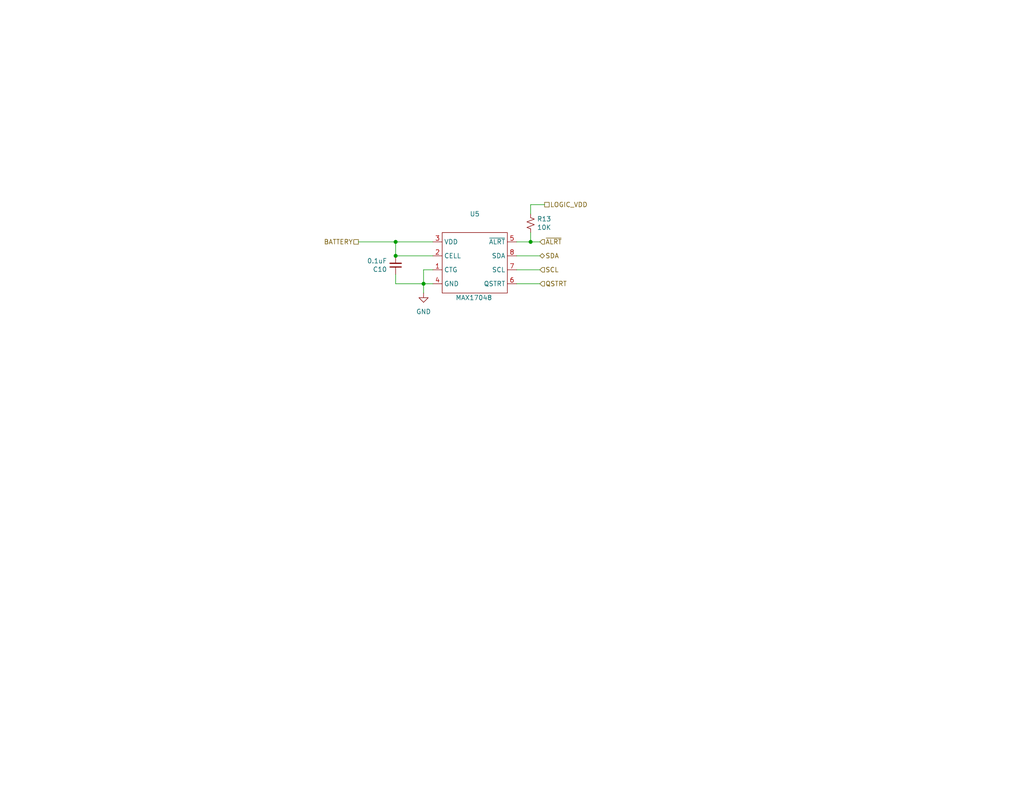
<source format=kicad_sch>
(kicad_sch
	(version 20250114)
	(generator "eeschema")
	(generator_version "9.0")
	(uuid "38bcb1c3-4b00-4d2e-aadb-27298e718072")
	(paper "USLetter")
	(title_block
		(title "CactusCon")
		(date "2024-11-23")
		(rev "v2.2")
		(company "BadgePirates")
		(comment 1 "SPI TFT w/Touch")
		(comment 2 "Lipo Charger / 14500 Battery x2 / Fuel Guage")
		(comment 3 "USB to Serial Connector / MicroSD / Buzzer")
		(comment 4 "ESP32-S3 WROOM (WIFI/BTLE) - N16")
	)
	
	(junction
		(at 115.57 77.47)
		(diameter 0)
		(color 0 0 0 0)
		(uuid "2efa84ce-175a-4b8e-ba69-2f38a0cc01de")
	)
	(junction
		(at 144.78 66.04)
		(diameter 0)
		(color 0 0 0 0)
		(uuid "6a9ab189-5b35-4ab6-bd91-7679fd164189")
	)
	(junction
		(at 107.95 69.85)
		(diameter 0)
		(color 0 0 0 0)
		(uuid "96540170-2fbb-4b92-beb6-1d5cc1cfa972")
	)
	(junction
		(at 107.95 66.04)
		(diameter 0)
		(color 0 0 0 0)
		(uuid "fc440f6d-b65e-491e-9784-2a9d7d7ad05f")
	)
	(wire
		(pts
			(xy 97.79 66.04) (xy 107.95 66.04)
		)
		(stroke
			(width 0)
			(type default)
		)
		(uuid "04441b1c-5105-4405-a0b9-6f0a6ac141df")
	)
	(wire
		(pts
			(xy 144.78 66.04) (xy 147.32 66.04)
		)
		(stroke
			(width 0)
			(type default)
		)
		(uuid "05de1280-c3f9-4b43-9ab1-e810a240dc60")
	)
	(wire
		(pts
			(xy 144.78 58.42) (xy 144.78 55.88)
		)
		(stroke
			(width 0)
			(type default)
		)
		(uuid "08656948-8506-4a1b-8b04-52d81a782b44")
	)
	(wire
		(pts
			(xy 144.78 63.5) (xy 144.78 66.04)
		)
		(stroke
			(width 0)
			(type default)
		)
		(uuid "0a740c32-512f-4a32-bf87-18cf6202ade9")
	)
	(wire
		(pts
			(xy 140.97 66.04) (xy 144.78 66.04)
		)
		(stroke
			(width 0)
			(type default)
		)
		(uuid "21be0250-5ff6-40b7-ab24-da99fec09004")
	)
	(wire
		(pts
			(xy 107.95 74.93) (xy 107.95 77.47)
		)
		(stroke
			(width 0)
			(type default)
		)
		(uuid "231b2a9c-da1b-4ac8-a5d7-d6b55b792ddc")
	)
	(wire
		(pts
			(xy 118.11 66.04) (xy 107.95 66.04)
		)
		(stroke
			(width 0)
			(type default)
		)
		(uuid "36396c75-a1b7-4228-9476-aba8a2db52a0")
	)
	(wire
		(pts
			(xy 107.95 66.04) (xy 107.95 69.85)
		)
		(stroke
			(width 0)
			(type default)
		)
		(uuid "4e91cf4d-c944-49d5-bd57-5d6ae68e77e5")
	)
	(wire
		(pts
			(xy 140.97 77.47) (xy 147.32 77.47)
		)
		(stroke
			(width 0)
			(type default)
		)
		(uuid "5733f9d6-1d73-4373-9d54-538d3b5b2b12")
	)
	(wire
		(pts
			(xy 140.97 69.85) (xy 147.32 69.85)
		)
		(stroke
			(width 0)
			(type default)
		)
		(uuid "6629da59-ffea-48e0-8acf-da2441cba6af")
	)
	(wire
		(pts
			(xy 118.11 73.66) (xy 115.57 73.66)
		)
		(stroke
			(width 0)
			(type default)
		)
		(uuid "7b2418a9-fc8e-4404-8a50-787861a9e2c9")
	)
	(wire
		(pts
			(xy 107.95 69.85) (xy 118.11 69.85)
		)
		(stroke
			(width 0)
			(type default)
		)
		(uuid "8277cd58-f45a-4297-9ce0-bfd4d34a88bf")
	)
	(wire
		(pts
			(xy 140.97 73.66) (xy 147.32 73.66)
		)
		(stroke
			(width 0)
			(type default)
		)
		(uuid "97898f92-bc3f-4694-b5d1-e664ddf4e41a")
	)
	(wire
		(pts
			(xy 107.95 77.47) (xy 115.57 77.47)
		)
		(stroke
			(width 0)
			(type default)
		)
		(uuid "9d3b37b9-3ddf-4ee7-82fa-41342605cdd9")
	)
	(wire
		(pts
			(xy 115.57 77.47) (xy 115.57 80.01)
		)
		(stroke
			(width 0)
			(type default)
		)
		(uuid "a6a3cf2f-a4fe-41f8-afa4-14ddfd832a4a")
	)
	(wire
		(pts
			(xy 115.57 77.47) (xy 118.11 77.47)
		)
		(stroke
			(width 0)
			(type default)
		)
		(uuid "c1eeb2e3-f862-4c4f-91b8-a735deb1a1ab")
	)
	(wire
		(pts
			(xy 115.57 73.66) (xy 115.57 77.47)
		)
		(stroke
			(width 0)
			(type default)
		)
		(uuid "e471d701-68d2-4765-ba62-091e3f644c52")
	)
	(wire
		(pts
			(xy 144.78 55.88) (xy 148.59 55.88)
		)
		(stroke
			(width 0)
			(type default)
		)
		(uuid "e4c04e0b-0afc-43cb-a51a-cc429c39dc16")
	)
	(hierarchical_label "BATTERY"
		(shape passive)
		(at 97.79 66.04 180)
		(effects
			(font
				(size 1.27 1.27)
			)
			(justify right)
		)
		(uuid "0bb1d6df-5ee5-4fc1-a845-85e064c089d1")
	)
	(hierarchical_label "SCL"
		(shape input)
		(at 147.32 73.66 0)
		(effects
			(font
				(size 1.27 1.27)
			)
			(justify left)
		)
		(uuid "85df9253-cab2-46f9-92f0-0d4f56aa9d0c")
	)
	(hierarchical_label "LOGIC_VDD"
		(shape passive)
		(at 148.59 55.88 0)
		(effects
			(font
				(size 1.27 1.27)
			)
			(justify left)
		)
		(uuid "a59af9a8-d736-4b4e-8a41-34f82f54352f")
	)
	(hierarchical_label "QSTRT"
		(shape input)
		(at 147.32 77.47 0)
		(effects
			(font
				(size 1.27 1.27)
			)
			(justify left)
		)
		(uuid "ba4ca33f-bd70-43ff-b732-15f9446a7730")
	)
	(hierarchical_label "SDA"
		(shape bidirectional)
		(at 147.32 69.85 0)
		(effects
			(font
				(size 1.27 1.27)
			)
			(justify left)
		)
		(uuid "e66358a5-9941-42da-8852-69bd5f181aed")
	)
	(hierarchical_label "~{ALRT}"
		(shape input)
		(at 147.32 66.04 0)
		(effects
			(font
				(size 1.27 1.27)
			)
			(justify left)
		)
		(uuid "f7819433-f722-49bc-a3de-6497169894aa")
	)
	(symbol
		(lib_id "BadgePirates:MAX17048")
		(at 129.54 62.23 0)
		(unit 1)
		(exclude_from_sim no)
		(in_bom yes)
		(on_board yes)
		(dnp no)
		(uuid "2b77c5b3-670a-4d84-b070-b31bc39dfd9b")
		(property "Reference" "U5"
			(at 129.54 58.42 0)
			(effects
				(font
					(size 1.27 1.27)
				)
			)
		)
		(property "Value" "MAX17048"
			(at 129.286 81.28 0)
			(do_not_autoplace yes)
			(effects
				(font
					(size 1.27 1.27)
				)
			)
		)
		(property "Footprint" "BadgePirates:MAX17048_TDFN"
			(at 129.54 62.23 0)
			(effects
				(font
					(size 1.27 1.27)
				)
				(hide yes)
			)
		)
		(property "Datasheet" "https://www.analog.com/media/en/technical-documentation/data-sheets/MAX17048-MAX17049.pdf"
			(at 129.54 62.23 0)
			(effects
				(font
					(size 1.27 1.27)
				)
				(hide yes)
			)
		)
		(property "Description" ""
			(at 129.54 62.23 0)
			(effects
				(font
					(size 1.27 1.27)
				)
				(hide yes)
			)
		)
		(property "MFG" "Analog Devices Inc"
			(at 129.54 62.23 0)
			(effects
				(font
					(size 1.27 1.27)
				)
				(hide yes)
			)
		)
		(property "MFG_PN" "MAX17048G+"
			(at 129.54 62.23 0)
			(effects
				(font
					(size 1.27 1.27)
				)
				(hide yes)
			)
		)
		(property "Vendor1" "LCSC"
			(at 129.54 62.23 0)
			(effects
				(font
					(size 1.27 1.27)
				)
				(hide yes)
			)
		)
		(property "Vendor1_PN" "C2682616"
			(at 129.54 62.23 0)
			(effects
				(font
					(size 1.27 1.27)
				)
				(hide yes)
			)
		)
		(property "Vendor1_URL" "https://www.lcsc.com/product-detail/Battery-Management-ICs_Analog-Devices-Inc-Maxim-Integrated-MAX17048G-T10_C2682616.html"
			(at 129.54 62.23 0)
			(effects
				(font
					(size 1.27 1.27)
				)
				(hide yes)
			)
		)
		(pin "1"
			(uuid "9febe241-6e8e-4947-93c3-769055afdb9b")
		)
		(pin "2"
			(uuid "5de5e4d2-daac-4bd3-bd14-9c2932468ad4")
		)
		(pin "3"
			(uuid "2bd0418e-5966-4d6e-a3dd-689d57e969b7")
		)
		(pin "4"
			(uuid "bdad1ead-903f-4b05-897c-e42dba69a0dd")
		)
		(pin "5"
			(uuid "55cdee89-c694-4245-bdfc-598d9bd0ea36")
		)
		(pin "6"
			(uuid "197f4fb6-3c3d-492e-8d3b-e0314b9bbe7b")
		)
		(pin "7"
			(uuid "b053ea15-1e67-4a9a-90d9-04244682b804")
		)
		(pin "8"
			(uuid "294a6e7e-4933-400c-bee9-d248d1fcba4b")
		)
		(instances
			(project "Project-RTV"
				(path "/76a22395-5d2d-4f66-8191-432f65fdc4ac/9c384370-1ecc-475e-8475-82fb9bf02d4c/50cd2632-424e-4caa-986e-e3deda989559"
					(reference "U5")
					(unit 1)
				)
			)
		)
	)
	(symbol
		(lib_id "BadgePirates:R_10k_1206")
		(at 144.78 60.96 0)
		(unit 1)
		(exclude_from_sim no)
		(in_bom yes)
		(on_board yes)
		(dnp no)
		(uuid "8676a369-5a06-48be-80a7-f016813e20a7")
		(property "Reference" "R13"
			(at 146.5072 59.7916 0)
			(effects
				(font
					(size 1.27 1.27)
				)
				(justify left)
			)
		)
		(property "Value" "10K"
			(at 146.5072 62.103 0)
			(effects
				(font
					(size 1.27 1.27)
				)
				(justify left)
			)
		)
		(property "Footprint" "BadgePirates:R_1206_3216Metric"
			(at 144.78 60.96 0)
			(effects
				(font
					(size 1.27 1.27)
				)
				(hide yes)
			)
		)
		(property "Datasheet" "https://datasheet.lcsc.com/lcsc/2304140030_YAGEO-RC1206FR-0710KL_C132649.pdf"
			(at 144.78 60.96 0)
			(effects
				(font
					(size 1.27 1.27)
				)
				(hide yes)
			)
		)
		(property "Description" ""
			(at 144.78 60.96 0)
			(effects
				(font
					(size 1.27 1.27)
				)
				(hide yes)
			)
		)
		(property "OrderURL" ""
			(at 144.78 60.96 0)
			(effects
				(font
					(size 1.27 1.27)
				)
				(hide yes)
			)
		)
		(property "MFG" "YAGEO"
			(at 144.78 60.96 0)
			(effects
				(font
					(size 1.27 1.27)
				)
				(hide yes)
			)
		)
		(property "MFG_PN" "RC1206FR-0710KL"
			(at 144.78 60.96 0)
			(effects
				(font
					(size 1.27 1.27)
				)
				(hide yes)
			)
		)
		(property "Vendor1" "LCSC"
			(at 144.78 60.96 0)
			(effects
				(font
					(size 1.27 1.27)
				)
				(hide yes)
			)
		)
		(property "Vendor1_PN" "C132649"
			(at 144.78 60.96 0)
			(effects
				(font
					(size 1.27 1.27)
				)
				(hide yes)
			)
		)
		(property "Vendor1_URL" "https://www.lcsc.com/product-detail/Chip-Resistor-Surface-Mount_YAGEO-RC1206FR-0710KL_C132649.html"
			(at 144.78 60.96 0)
			(effects
				(font
					(size 1.27 1.27)
				)
				(hide yes)
			)
		)
		(pin "1"
			(uuid "f4c96519-8f97-4b73-92f4-147de3107f18")
		)
		(pin "2"
			(uuid "06168d5e-c4c7-4ad7-afc2-5cb474befb0a")
		)
		(instances
			(project "Project-RTV"
				(path "/76a22395-5d2d-4f66-8191-432f65fdc4ac/9c384370-1ecc-475e-8475-82fb9bf02d4c/50cd2632-424e-4caa-986e-e3deda989559"
					(reference "R13")
					(unit 1)
				)
			)
		)
	)
	(symbol
		(lib_id "BadgePirates:C_.1uf_0805")
		(at 107.95 72.39 180)
		(unit 1)
		(exclude_from_sim no)
		(in_bom yes)
		(on_board yes)
		(dnp no)
		(uuid "8b99f631-1e93-4e7b-8931-d174e86865aa")
		(property "Reference" "C10"
			(at 105.6132 73.5584 0)
			(effects
				(font
					(size 1.27 1.27)
				)
				(justify left)
			)
		)
		(property "Value" "0.1uF"
			(at 105.6132 71.247 0)
			(effects
				(font
					(size 1.27 1.27)
				)
				(justify left)
			)
		)
		(property "Footprint" "BadgePirates:C_0805_2012Metric"
			(at 107.95 72.39 0)
			(effects
				(font
					(size 1.27 1.27)
				)
				(hide yes)
			)
		)
		(property "Datasheet" "https://datasheet.lcsc.com/lcsc/2304140030_TORCH-CT41G-0805-2X1-50V-0-1-F-K-N_C126469.pdf"
			(at 107.95 72.39 0)
			(effects
				(font
					(size 1.27 1.27)
				)
				(hide yes)
			)
		)
		(property "Description" ""
			(at 107.95 72.39 0)
			(effects
				(font
					(size 1.27 1.27)
				)
				(hide yes)
			)
		)
		(property "OrderURL" ""
			(at 107.95 72.39 0)
			(effects
				(font
					(size 1.27 1.27)
				)
				(hide yes)
			)
		)
		(property "MFG" "TORCH "
			(at 107.95 72.39 0)
			(effects
				(font
					(size 1.27 1.27)
				)
				(hide yes)
			)
		)
		(property "MFG_PN" "CT41G-0805-2X1-50V-0.1μF-K(N)"
			(at 107.95 72.39 0)
			(effects
				(font
					(size 1.27 1.27)
				)
				(hide yes)
			)
		)
		(property "Vendor1" "LCSC"
			(at 107.95 72.39 0)
			(effects
				(font
					(size 1.27 1.27)
				)
				(hide yes)
			)
		)
		(property "Vendor1_PN" "C126469"
			(at 107.95 72.39 0)
			(effects
				(font
					(size 1.27 1.27)
				)
				(hide yes)
			)
		)
		(property "Vendor1_URL" "https://www.lcsc.com/product-detail/Multilayer-Ceramic-Capacitors-MLCC-SMD-SMT_TORCH-CT41G-0805-2X1-50V-0-1-F-K-N_C126469.html"
			(at 107.95 72.39 0)
			(effects
				(font
					(size 1.27 1.27)
				)
				(hide yes)
			)
		)
		(pin "1"
			(uuid "0d5d553a-db12-4ece-b84b-8947a416c714")
		)
		(pin "2"
			(uuid "54ec2123-7e96-44c3-a844-f737e5fdfb62")
		)
		(instances
			(project "Project-RTV"
				(path "/76a22395-5d2d-4f66-8191-432f65fdc4ac/9c384370-1ecc-475e-8475-82fb9bf02d4c/50cd2632-424e-4caa-986e-e3deda989559"
					(reference "C10")
					(unit 1)
				)
			)
		)
	)
	(symbol
		(lib_id "power:GND")
		(at 115.57 80.01 0)
		(unit 1)
		(exclude_from_sim no)
		(in_bom yes)
		(on_board yes)
		(dnp no)
		(fields_autoplaced yes)
		(uuid "f53bf60a-b18e-4316-9579-46b88cb2b35e")
		(property "Reference" "#PWR024"
			(at 115.57 86.36 0)
			(effects
				(font
					(size 1.27 1.27)
				)
				(hide yes)
			)
		)
		(property "Value" "GND"
			(at 115.57 85.09 0)
			(effects
				(font
					(size 1.27 1.27)
				)
			)
		)
		(property "Footprint" ""
			(at 115.57 80.01 0)
			(effects
				(font
					(size 1.27 1.27)
				)
				(hide yes)
			)
		)
		(property "Datasheet" ""
			(at 115.57 80.01 0)
			(effects
				(font
					(size 1.27 1.27)
				)
				(hide yes)
			)
		)
		(property "Description" ""
			(at 115.57 80.01 0)
			(effects
				(font
					(size 1.27 1.27)
				)
				(hide yes)
			)
		)
		(pin "1"
			(uuid "eac16406-a846-491c-92ad-7068f272d632")
		)
		(instances
			(project "Project-RTV"
				(path "/76a22395-5d2d-4f66-8191-432f65fdc4ac/9c384370-1ecc-475e-8475-82fb9bf02d4c/50cd2632-424e-4caa-986e-e3deda989559"
					(reference "#PWR024")
					(unit 1)
				)
			)
		)
	)
)
	)
		)
	)
)

				(hide yes)
			)
		)
		(pin "1"
			(uuid "eac16406-a846-491c-92ad-7068f272d632")
		)
		(instances
			(project "Project-RTV"
				(path "/76a22395-5d2d-4f66-8191-432f65fdc4ac/9c384370-1ecc-475e-8475-82fb9bf02d4c/50cd2632-424e-4caa-986e-e3deda989559"
					(reference "#PWR024")
					(unit 1)
				)
			)
		)
	)
)

</source>
